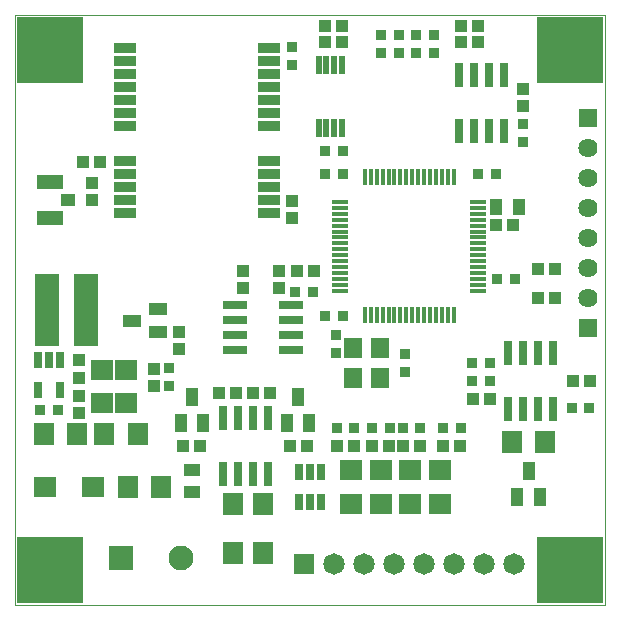
<source format=gts>
G75*
%MOIN*%
%OFA0B0*%
%FSLAX25Y25*%
%IPPOS*%
%LPD*%
%AMOC8*
5,1,8,0,0,1.08239X$1,22.5*
%
%ADD10C,0.00000*%
%ADD11R,0.07487X0.03550*%
%ADD12R,0.07487X0.06699*%
%ADD13R,0.03550X0.03550*%
%ADD14R,0.05518X0.03943*%
%ADD15R,0.06699X0.07487*%
%ADD16R,0.03943X0.05518*%
%ADD17R,0.01739X0.05715*%
%ADD18R,0.05715X0.01739*%
%ADD19R,0.05912X0.04337*%
%ADD20R,0.02600X0.08200*%
%ADD21R,0.08200X0.02600*%
%ADD22R,0.02100X0.06000*%
%ADD23R,0.06699X0.07498*%
%ADD24R,0.06306X0.06699*%
%ADD25R,0.04140X0.04140*%
%ADD26R,0.02600X0.05400*%
%ADD27R,0.07498X0.06699*%
%ADD28R,0.07093X0.07487*%
%ADD29R,0.07487X0.07093*%
%ADD30R,0.04337X0.05912*%
%ADD31R,0.02762X0.05321*%
%ADD32R,0.07150X0.07150*%
%ADD33C,0.07150*%
%ADD34R,0.04534X0.04337*%
%ADD35R,0.09061X0.04534*%
%ADD36R,0.06400X0.06400*%
%ADD37C,0.06400*%
%ADD38R,0.08274X0.08274*%
%ADD39C,0.08274*%
%ADD40R,0.21857X0.21857*%
%ADD41R,0.08274X0.24022*%
D10*
X0000000Y0000000D02*
X0000000Y0196850D01*
X0196850Y0196850D01*
X0196850Y0000000D01*
X0000000Y0000000D01*
D11*
X0036654Y0130748D03*
X0036654Y0135079D03*
X0036654Y0139409D03*
X0036654Y0143740D03*
X0036654Y0148071D03*
X0036654Y0159882D03*
X0036654Y0164213D03*
X0036654Y0168543D03*
X0036654Y0172874D03*
X0036654Y0177205D03*
X0036654Y0181535D03*
X0036654Y0185866D03*
X0084685Y0185866D03*
X0084685Y0181535D03*
X0084685Y0177205D03*
X0084685Y0172874D03*
X0084685Y0168543D03*
X0084685Y0164213D03*
X0084685Y0159882D03*
X0084685Y0148071D03*
X0084685Y0143740D03*
X0084685Y0139409D03*
X0084685Y0135079D03*
X0084685Y0130748D03*
D12*
X0037008Y0078346D03*
X0029134Y0078346D03*
X0029134Y0067323D03*
X0037008Y0067323D03*
D13*
X0051575Y0073031D03*
X0051575Y0078937D03*
X0014370Y0064961D03*
X0008465Y0064961D03*
X0093504Y0104331D03*
X0099409Y0104331D03*
X0103346Y0096457D03*
X0109252Y0096457D03*
X0107087Y0089961D03*
X0107087Y0084055D03*
X0129921Y0083661D03*
X0129921Y0077756D03*
X0129331Y0059055D03*
X0125000Y0059055D03*
X0119094Y0059055D03*
X0113189Y0059055D03*
X0107283Y0059055D03*
X0135236Y0059055D03*
X0142717Y0059055D03*
X0148622Y0059055D03*
X0152559Y0074803D03*
X0158465Y0074803D03*
X0158465Y0080709D03*
X0152559Y0080709D03*
X0160827Y0108661D03*
X0166732Y0108661D03*
X0160433Y0143701D03*
X0154528Y0143701D03*
X0169291Y0154528D03*
X0169291Y0160433D03*
X0139764Y0184055D03*
X0133858Y0184055D03*
X0127953Y0184055D03*
X0127953Y0189961D03*
X0133858Y0189961D03*
X0139764Y0189961D03*
X0122047Y0189961D03*
X0122047Y0184055D03*
X0092520Y0186024D03*
X0092520Y0180118D03*
X0103346Y0151575D03*
X0109252Y0151575D03*
X0109252Y0143701D03*
X0103346Y0143701D03*
X0185630Y0065748D03*
X0191535Y0065748D03*
D14*
X0059055Y0045079D03*
X0059055Y0037598D03*
D15*
X0020866Y0057087D03*
X0009843Y0057087D03*
D16*
X0160433Y0132677D03*
X0167913Y0132677D03*
D17*
X0146260Y0142579D03*
X0144291Y0142579D03*
X0142323Y0142579D03*
X0140354Y0142579D03*
X0138386Y0142579D03*
X0136417Y0142579D03*
X0134449Y0142579D03*
X0132480Y0142579D03*
X0130512Y0142579D03*
X0128543Y0142579D03*
X0126575Y0142579D03*
X0124606Y0142579D03*
X0122638Y0142579D03*
X0120669Y0142579D03*
X0118701Y0142579D03*
X0116732Y0142579D03*
X0116732Y0096713D03*
X0118701Y0096713D03*
X0120669Y0096713D03*
X0122638Y0096713D03*
X0124606Y0096713D03*
X0126575Y0096713D03*
X0128543Y0096713D03*
X0130512Y0096713D03*
X0132480Y0096713D03*
X0134449Y0096713D03*
X0136417Y0096713D03*
X0138386Y0096713D03*
X0140354Y0096713D03*
X0142323Y0096713D03*
X0144291Y0096713D03*
X0146260Y0096713D03*
D18*
X0154429Y0104882D03*
X0154429Y0106850D03*
X0154429Y0108819D03*
X0154429Y0110787D03*
X0154429Y0112756D03*
X0154429Y0114724D03*
X0154429Y0116693D03*
X0154429Y0118661D03*
X0154429Y0120630D03*
X0154429Y0122598D03*
X0154429Y0124567D03*
X0154429Y0126535D03*
X0154429Y0128504D03*
X0154429Y0130472D03*
X0154429Y0132441D03*
X0154429Y0134409D03*
X0108563Y0134409D03*
X0108563Y0132441D03*
X0108563Y0130472D03*
X0108563Y0128504D03*
X0108563Y0126535D03*
X0108563Y0124567D03*
X0108563Y0122598D03*
X0108563Y0120630D03*
X0108563Y0118661D03*
X0108563Y0116693D03*
X0108563Y0114724D03*
X0108563Y0112756D03*
X0108563Y0110787D03*
X0108563Y0108819D03*
X0108563Y0106850D03*
X0108563Y0104882D03*
D19*
X0047638Y0098622D03*
X0047638Y0091142D03*
X0038976Y0094882D03*
D20*
X0069272Y0062450D03*
X0074272Y0062450D03*
X0079272Y0062450D03*
X0084272Y0062450D03*
X0084272Y0043850D03*
X0079272Y0043850D03*
X0074272Y0043850D03*
X0069272Y0043850D03*
X0164547Y0065503D03*
X0169547Y0065503D03*
X0174547Y0065503D03*
X0179547Y0065503D03*
X0179547Y0084103D03*
X0174547Y0084103D03*
X0169547Y0084103D03*
X0164547Y0084103D03*
X0163012Y0158023D03*
X0158012Y0158023D03*
X0153012Y0158023D03*
X0148012Y0158023D03*
X0148012Y0176623D03*
X0153012Y0176623D03*
X0158012Y0176623D03*
X0163012Y0176623D03*
D21*
X0091977Y0100020D03*
X0091977Y0095020D03*
X0091977Y0090020D03*
X0091977Y0085020D03*
X0073377Y0085020D03*
X0073377Y0090020D03*
X0073377Y0095020D03*
X0073377Y0100020D03*
D22*
X0101318Y0159038D03*
X0103818Y0159038D03*
X0106418Y0159038D03*
X0108918Y0159038D03*
X0108918Y0180175D03*
X0106418Y0180175D03*
X0103818Y0180175D03*
X0101318Y0180175D03*
D23*
X0041031Y0057087D03*
X0029835Y0057087D03*
X0037709Y0039370D03*
X0048906Y0039370D03*
X0165661Y0054331D03*
X0176858Y0054331D03*
D24*
X0121850Y0075787D03*
X0112795Y0075787D03*
X0112795Y0085630D03*
X0121850Y0085630D03*
D25*
X0099705Y0111417D03*
X0093996Y0111417D03*
X0088189Y0111516D03*
X0088189Y0105807D03*
X0075984Y0105807D03*
X0075984Y0111516D03*
X0092520Y0129035D03*
X0092520Y0134744D03*
X0054724Y0091043D03*
X0054724Y0085335D03*
X0046457Y0078839D03*
X0046457Y0073130D03*
X0068012Y0070866D03*
X0073720Y0070866D03*
X0079429Y0070866D03*
X0085138Y0070866D03*
X0091634Y0053150D03*
X0097343Y0053150D03*
X0107382Y0053150D03*
X0113091Y0053150D03*
X0119193Y0053150D03*
X0124902Y0053150D03*
X0129429Y0053150D03*
X0135138Y0053150D03*
X0142815Y0053150D03*
X0148524Y0053150D03*
X0152657Y0068898D03*
X0158366Y0068898D03*
X0186122Y0074803D03*
X0191831Y0074803D03*
X0180020Y0102362D03*
X0174311Y0102362D03*
X0174311Y0112205D03*
X0180020Y0112205D03*
X0166240Y0126772D03*
X0160531Y0126772D03*
X0169291Y0166437D03*
X0169291Y0172146D03*
X0154429Y0187795D03*
X0154429Y0192913D03*
X0148720Y0192913D03*
X0148720Y0187795D03*
X0109154Y0187795D03*
X0109154Y0192913D03*
X0103445Y0192913D03*
X0103445Y0187795D03*
X0028445Y0147638D03*
X0022736Y0147638D03*
X0025591Y0140650D03*
X0025591Y0134941D03*
X0021260Y0081594D03*
X0021260Y0075886D03*
X0021260Y0069783D03*
X0021260Y0064075D03*
X0056201Y0053150D03*
X0061909Y0053150D03*
D26*
X0015117Y0071672D03*
X0007717Y0071672D03*
X0007717Y0081872D03*
X0011417Y0081872D03*
X0015117Y0081872D03*
D27*
X0112205Y0044969D03*
X0122047Y0044969D03*
X0131890Y0044969D03*
X0141732Y0044969D03*
X0141732Y0033772D03*
X0131890Y0033772D03*
X0122047Y0033772D03*
X0112205Y0033772D03*
D28*
X0082677Y0033661D03*
X0072835Y0033661D03*
X0072835Y0017520D03*
X0082677Y0017520D03*
D29*
X0026181Y0039370D03*
X0010039Y0039370D03*
D30*
X0055315Y0060630D03*
X0062795Y0060630D03*
X0059055Y0069291D03*
X0090748Y0060630D03*
X0098228Y0060630D03*
X0094488Y0069291D03*
X0167520Y0036220D03*
X0175000Y0036220D03*
X0171260Y0044882D03*
D31*
X0102165Y0044291D03*
X0098425Y0044291D03*
X0094685Y0044291D03*
X0094685Y0034449D03*
X0098425Y0034449D03*
X0102165Y0034449D03*
D32*
X0096457Y0013780D03*
D33*
X0106457Y0013780D03*
X0116457Y0013780D03*
X0126457Y0013780D03*
X0136457Y0013780D03*
X0146457Y0013780D03*
X0156457Y0013780D03*
X0166457Y0013780D03*
D34*
X0017815Y0135039D03*
D35*
X0011811Y0129134D03*
X0011811Y0140945D03*
D36*
X0190945Y0162520D03*
X0190945Y0092520D03*
D37*
X0190945Y0102520D03*
X0190945Y0112520D03*
X0190945Y0122520D03*
X0190945Y0132520D03*
X0190945Y0142520D03*
X0190945Y0152520D03*
D38*
X0035433Y0015748D03*
D39*
X0055433Y0015748D03*
D40*
X0011811Y0011811D03*
X0185039Y0011811D03*
X0185039Y0185039D03*
X0011811Y0185039D03*
D41*
X0010827Y0098425D03*
X0023819Y0098425D03*
M02*

</source>
